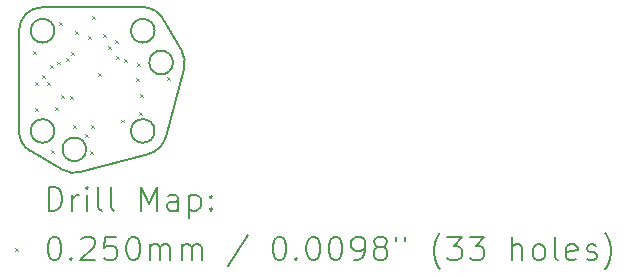
<source format=gbr>
%TF.GenerationSoftware,KiCad,Pcbnew,7.0.7*%
%TF.CreationDate,2024-03-10T20:02:01-05:00*%
%TF.ProjectId,O12encoder,4f313265-6e63-46f6-9465-722e6b696361,1*%
%TF.SameCoordinates,Original*%
%TF.FileFunction,Drillmap*%
%TF.FilePolarity,Positive*%
%FSLAX45Y45*%
G04 Gerber Fmt 4.5, Leading zero omitted, Abs format (unit mm)*
G04 Created by KiCad (PCBNEW 7.0.7) date 2024-03-10 20:02:01*
%MOMM*%
%LPD*%
G01*
G04 APERTURE LIST*
%ADD10C,0.150000*%
%ADD11C,0.200000*%
%ADD12C,0.025000*%
G04 APERTURE END LIST*
D10*
X4744709Y-5752760D02*
G75*
G03*
X4896472Y-5772741I100001J173210D01*
G01*
X4675736Y-5424264D02*
G75*
G03*
X4675736Y-5424264I-100000J0D01*
G01*
X4575736Y-4375736D02*
G75*
G03*
X4375736Y-4575736I4J-200004D01*
G01*
X4896472Y-5772741D02*
X5476028Y-5617449D01*
X5679555Y-4844709D02*
G75*
G03*
X5679555Y-4844709I-100000J0D01*
G01*
X5524264Y-5424264D02*
G75*
G03*
X5524264Y-5424264I-100000J0D01*
G01*
X4375735Y-5424264D02*
G75*
G03*
X4475736Y-5597469I200006J4D01*
G01*
X5617449Y-5476028D02*
X5772741Y-4896472D01*
X5597472Y-4475734D02*
G75*
G03*
X5424264Y-4375736I-173212J-100016D01*
G01*
X4675736Y-4575736D02*
G75*
G03*
X4675736Y-4575736I-100000J0D01*
G01*
X5772743Y-4896473D02*
G75*
G03*
X5752760Y-4744709I-193173J51763D01*
G01*
X4944709Y-5579556D02*
G75*
G03*
X4944709Y-5579556I-100000J0D01*
G01*
X5524264Y-4575736D02*
G75*
G03*
X5524264Y-4575736I-100000J0D01*
G01*
X5424264Y-4375736D02*
X4575736Y-4375736D01*
X5752761Y-4744709D02*
X5597469Y-4475736D01*
X4475736Y-5597469D02*
X4744709Y-5752761D01*
X4375736Y-4575736D02*
X4375736Y-5424264D01*
X5476028Y-5617449D02*
G75*
G03*
X5617449Y-5476028I-51768J193189D01*
G01*
D11*
D12*
X4493500Y-4744500D02*
X4518500Y-4769500D01*
X4518500Y-4744500D02*
X4493500Y-4769500D01*
X4509500Y-5228500D02*
X4534500Y-5253500D01*
X4534500Y-5228500D02*
X4509500Y-5253500D01*
X4512500Y-5012500D02*
X4537500Y-5037500D01*
X4537500Y-5012500D02*
X4512500Y-5037500D01*
X4571500Y-4951500D02*
X4596500Y-4976500D01*
X4596500Y-4951500D02*
X4571500Y-4976500D01*
X4616109Y-5011098D02*
X4641109Y-5036098D01*
X4641109Y-5011098D02*
X4616109Y-5036098D01*
X4635500Y-4869500D02*
X4660500Y-4894500D01*
X4660500Y-4869500D02*
X4635500Y-4894500D01*
X4643500Y-5589500D02*
X4668500Y-5614500D01*
X4668500Y-5589500D02*
X4643500Y-5614500D01*
X4682500Y-5222500D02*
X4707500Y-5247500D01*
X4707500Y-5222500D02*
X4682500Y-5247500D01*
X4701500Y-4836500D02*
X4726500Y-4861500D01*
X4726500Y-4836500D02*
X4701500Y-4861500D01*
X4715500Y-4501500D02*
X4740500Y-4526500D01*
X4740500Y-4501500D02*
X4715500Y-4526500D01*
X4733139Y-5122010D02*
X4758139Y-5147010D01*
X4758139Y-5122010D02*
X4733139Y-5147010D01*
X4770682Y-4810106D02*
X4795682Y-4835106D01*
X4795682Y-4810106D02*
X4770682Y-4835106D01*
X4812050Y-5128160D02*
X4837050Y-5153160D01*
X4837050Y-5128160D02*
X4812050Y-5153160D01*
X4812855Y-4753050D02*
X4837855Y-4778050D01*
X4837855Y-4753050D02*
X4812855Y-4778050D01*
X4837500Y-5372500D02*
X4862500Y-5397500D01*
X4862500Y-5372500D02*
X4837500Y-5397500D01*
X4849578Y-4582078D02*
X4874578Y-4607078D01*
X4874578Y-4582078D02*
X4849578Y-4607078D01*
X4937500Y-5452500D02*
X4962500Y-5477500D01*
X4962500Y-5452500D02*
X4937500Y-5477500D01*
X4962514Y-4621500D02*
X4987514Y-4646500D01*
X4987514Y-4621500D02*
X4962514Y-4646500D01*
X4981500Y-5593500D02*
X5006500Y-5618500D01*
X5006500Y-5593500D02*
X4981500Y-5618500D01*
X4987500Y-5372500D02*
X5012500Y-5397500D01*
X5012500Y-5372500D02*
X4987500Y-5397500D01*
X4994500Y-4450500D02*
X5019500Y-4475500D01*
X5019500Y-4450500D02*
X4994500Y-4475500D01*
X5042500Y-4933500D02*
X5067500Y-4958500D01*
X5067500Y-4933500D02*
X5042500Y-4958500D01*
X5087402Y-4603912D02*
X5112402Y-4628912D01*
X5112402Y-4603912D02*
X5087402Y-4628912D01*
X5132907Y-4704000D02*
X5157907Y-4729000D01*
X5157907Y-4704000D02*
X5132907Y-4729000D01*
X5189500Y-4652500D02*
X5214500Y-4677500D01*
X5214500Y-4652500D02*
X5189500Y-4677500D01*
X5195000Y-4787500D02*
X5220000Y-4812500D01*
X5220000Y-4787500D02*
X5195000Y-4812500D01*
X5237500Y-5327500D02*
X5262500Y-5352500D01*
X5262500Y-5327500D02*
X5237500Y-5352500D01*
X5265000Y-4815000D02*
X5290000Y-4840000D01*
X5290000Y-4815000D02*
X5265000Y-4840000D01*
X5367500Y-4977500D02*
X5392500Y-5002500D01*
X5392500Y-4977500D02*
X5367500Y-5002500D01*
X5372500Y-4852500D02*
X5397500Y-4877500D01*
X5397500Y-4852500D02*
X5372500Y-4877500D01*
X5396381Y-5261381D02*
X5421381Y-5286381D01*
X5421381Y-5261381D02*
X5396381Y-5286381D01*
X5397500Y-5112500D02*
X5422500Y-5137500D01*
X5422500Y-5112500D02*
X5397500Y-5137500D01*
X5632500Y-4967500D02*
X5657500Y-4992500D01*
X5657500Y-4967500D02*
X5632500Y-4992500D01*
D11*
X4629013Y-6098539D02*
X4629013Y-5898539D01*
X4629013Y-5898539D02*
X4676632Y-5898539D01*
X4676632Y-5898539D02*
X4705203Y-5908063D01*
X4705203Y-5908063D02*
X4724251Y-5927110D01*
X4724251Y-5927110D02*
X4733775Y-5946158D01*
X4733775Y-5946158D02*
X4743298Y-5984253D01*
X4743298Y-5984253D02*
X4743298Y-6012824D01*
X4743298Y-6012824D02*
X4733775Y-6050920D01*
X4733775Y-6050920D02*
X4724251Y-6069967D01*
X4724251Y-6069967D02*
X4705203Y-6089015D01*
X4705203Y-6089015D02*
X4676632Y-6098539D01*
X4676632Y-6098539D02*
X4629013Y-6098539D01*
X4829013Y-6098539D02*
X4829013Y-5965205D01*
X4829013Y-6003301D02*
X4838537Y-5984253D01*
X4838537Y-5984253D02*
X4848060Y-5974729D01*
X4848060Y-5974729D02*
X4867108Y-5965205D01*
X4867108Y-5965205D02*
X4886156Y-5965205D01*
X4952822Y-6098539D02*
X4952822Y-5965205D01*
X4952822Y-5898539D02*
X4943298Y-5908063D01*
X4943298Y-5908063D02*
X4952822Y-5917586D01*
X4952822Y-5917586D02*
X4962346Y-5908063D01*
X4962346Y-5908063D02*
X4952822Y-5898539D01*
X4952822Y-5898539D02*
X4952822Y-5917586D01*
X5076632Y-6098539D02*
X5057584Y-6089015D01*
X5057584Y-6089015D02*
X5048060Y-6069967D01*
X5048060Y-6069967D02*
X5048060Y-5898539D01*
X5181394Y-6098539D02*
X5162346Y-6089015D01*
X5162346Y-6089015D02*
X5152822Y-6069967D01*
X5152822Y-6069967D02*
X5152822Y-5898539D01*
X5409965Y-6098539D02*
X5409965Y-5898539D01*
X5409965Y-5898539D02*
X5476632Y-6041396D01*
X5476632Y-6041396D02*
X5543298Y-5898539D01*
X5543298Y-5898539D02*
X5543298Y-6098539D01*
X5724251Y-6098539D02*
X5724251Y-5993777D01*
X5724251Y-5993777D02*
X5714727Y-5974729D01*
X5714727Y-5974729D02*
X5695679Y-5965205D01*
X5695679Y-5965205D02*
X5657584Y-5965205D01*
X5657584Y-5965205D02*
X5638536Y-5974729D01*
X5724251Y-6089015D02*
X5705203Y-6098539D01*
X5705203Y-6098539D02*
X5657584Y-6098539D01*
X5657584Y-6098539D02*
X5638536Y-6089015D01*
X5638536Y-6089015D02*
X5629013Y-6069967D01*
X5629013Y-6069967D02*
X5629013Y-6050920D01*
X5629013Y-6050920D02*
X5638536Y-6031872D01*
X5638536Y-6031872D02*
X5657584Y-6022348D01*
X5657584Y-6022348D02*
X5705203Y-6022348D01*
X5705203Y-6022348D02*
X5724251Y-6012824D01*
X5819489Y-5965205D02*
X5819489Y-6165205D01*
X5819489Y-5974729D02*
X5838536Y-5965205D01*
X5838536Y-5965205D02*
X5876632Y-5965205D01*
X5876632Y-5965205D02*
X5895679Y-5974729D01*
X5895679Y-5974729D02*
X5905203Y-5984253D01*
X5905203Y-5984253D02*
X5914727Y-6003301D01*
X5914727Y-6003301D02*
X5914727Y-6060443D01*
X5914727Y-6060443D02*
X5905203Y-6079491D01*
X5905203Y-6079491D02*
X5895679Y-6089015D01*
X5895679Y-6089015D02*
X5876632Y-6098539D01*
X5876632Y-6098539D02*
X5838536Y-6098539D01*
X5838536Y-6098539D02*
X5819489Y-6089015D01*
X6000441Y-6079491D02*
X6009965Y-6089015D01*
X6009965Y-6089015D02*
X6000441Y-6098539D01*
X6000441Y-6098539D02*
X5990917Y-6089015D01*
X5990917Y-6089015D02*
X6000441Y-6079491D01*
X6000441Y-6079491D02*
X6000441Y-6098539D01*
X6000441Y-5974729D02*
X6009965Y-5984253D01*
X6009965Y-5984253D02*
X6000441Y-5993777D01*
X6000441Y-5993777D02*
X5990917Y-5984253D01*
X5990917Y-5984253D02*
X6000441Y-5974729D01*
X6000441Y-5974729D02*
X6000441Y-5993777D01*
D12*
X4343236Y-6414555D02*
X4368236Y-6439555D01*
X4368236Y-6414555D02*
X4343236Y-6439555D01*
D11*
X4667108Y-6318539D02*
X4686156Y-6318539D01*
X4686156Y-6318539D02*
X4705203Y-6328063D01*
X4705203Y-6328063D02*
X4714727Y-6337586D01*
X4714727Y-6337586D02*
X4724251Y-6356634D01*
X4724251Y-6356634D02*
X4733775Y-6394729D01*
X4733775Y-6394729D02*
X4733775Y-6442348D01*
X4733775Y-6442348D02*
X4724251Y-6480443D01*
X4724251Y-6480443D02*
X4714727Y-6499491D01*
X4714727Y-6499491D02*
X4705203Y-6509015D01*
X4705203Y-6509015D02*
X4686156Y-6518539D01*
X4686156Y-6518539D02*
X4667108Y-6518539D01*
X4667108Y-6518539D02*
X4648060Y-6509015D01*
X4648060Y-6509015D02*
X4638537Y-6499491D01*
X4638537Y-6499491D02*
X4629013Y-6480443D01*
X4629013Y-6480443D02*
X4619489Y-6442348D01*
X4619489Y-6442348D02*
X4619489Y-6394729D01*
X4619489Y-6394729D02*
X4629013Y-6356634D01*
X4629013Y-6356634D02*
X4638537Y-6337586D01*
X4638537Y-6337586D02*
X4648060Y-6328063D01*
X4648060Y-6328063D02*
X4667108Y-6318539D01*
X4819489Y-6499491D02*
X4829013Y-6509015D01*
X4829013Y-6509015D02*
X4819489Y-6518539D01*
X4819489Y-6518539D02*
X4809965Y-6509015D01*
X4809965Y-6509015D02*
X4819489Y-6499491D01*
X4819489Y-6499491D02*
X4819489Y-6518539D01*
X4905203Y-6337586D02*
X4914727Y-6328063D01*
X4914727Y-6328063D02*
X4933775Y-6318539D01*
X4933775Y-6318539D02*
X4981394Y-6318539D01*
X4981394Y-6318539D02*
X5000441Y-6328063D01*
X5000441Y-6328063D02*
X5009965Y-6337586D01*
X5009965Y-6337586D02*
X5019489Y-6356634D01*
X5019489Y-6356634D02*
X5019489Y-6375682D01*
X5019489Y-6375682D02*
X5009965Y-6404253D01*
X5009965Y-6404253D02*
X4895679Y-6518539D01*
X4895679Y-6518539D02*
X5019489Y-6518539D01*
X5200441Y-6318539D02*
X5105203Y-6318539D01*
X5105203Y-6318539D02*
X5095679Y-6413777D01*
X5095679Y-6413777D02*
X5105203Y-6404253D01*
X5105203Y-6404253D02*
X5124251Y-6394729D01*
X5124251Y-6394729D02*
X5171870Y-6394729D01*
X5171870Y-6394729D02*
X5190918Y-6404253D01*
X5190918Y-6404253D02*
X5200441Y-6413777D01*
X5200441Y-6413777D02*
X5209965Y-6432824D01*
X5209965Y-6432824D02*
X5209965Y-6480443D01*
X5209965Y-6480443D02*
X5200441Y-6499491D01*
X5200441Y-6499491D02*
X5190918Y-6509015D01*
X5190918Y-6509015D02*
X5171870Y-6518539D01*
X5171870Y-6518539D02*
X5124251Y-6518539D01*
X5124251Y-6518539D02*
X5105203Y-6509015D01*
X5105203Y-6509015D02*
X5095679Y-6499491D01*
X5333775Y-6318539D02*
X5352822Y-6318539D01*
X5352822Y-6318539D02*
X5371870Y-6328063D01*
X5371870Y-6328063D02*
X5381394Y-6337586D01*
X5381394Y-6337586D02*
X5390918Y-6356634D01*
X5390918Y-6356634D02*
X5400441Y-6394729D01*
X5400441Y-6394729D02*
X5400441Y-6442348D01*
X5400441Y-6442348D02*
X5390918Y-6480443D01*
X5390918Y-6480443D02*
X5381394Y-6499491D01*
X5381394Y-6499491D02*
X5371870Y-6509015D01*
X5371870Y-6509015D02*
X5352822Y-6518539D01*
X5352822Y-6518539D02*
X5333775Y-6518539D01*
X5333775Y-6518539D02*
X5314727Y-6509015D01*
X5314727Y-6509015D02*
X5305203Y-6499491D01*
X5305203Y-6499491D02*
X5295679Y-6480443D01*
X5295679Y-6480443D02*
X5286156Y-6442348D01*
X5286156Y-6442348D02*
X5286156Y-6394729D01*
X5286156Y-6394729D02*
X5295679Y-6356634D01*
X5295679Y-6356634D02*
X5305203Y-6337586D01*
X5305203Y-6337586D02*
X5314727Y-6328063D01*
X5314727Y-6328063D02*
X5333775Y-6318539D01*
X5486156Y-6518539D02*
X5486156Y-6385205D01*
X5486156Y-6404253D02*
X5495679Y-6394729D01*
X5495679Y-6394729D02*
X5514727Y-6385205D01*
X5514727Y-6385205D02*
X5543299Y-6385205D01*
X5543299Y-6385205D02*
X5562346Y-6394729D01*
X5562346Y-6394729D02*
X5571870Y-6413777D01*
X5571870Y-6413777D02*
X5571870Y-6518539D01*
X5571870Y-6413777D02*
X5581394Y-6394729D01*
X5581394Y-6394729D02*
X5600441Y-6385205D01*
X5600441Y-6385205D02*
X5629013Y-6385205D01*
X5629013Y-6385205D02*
X5648060Y-6394729D01*
X5648060Y-6394729D02*
X5657584Y-6413777D01*
X5657584Y-6413777D02*
X5657584Y-6518539D01*
X5752822Y-6518539D02*
X5752822Y-6385205D01*
X5752822Y-6404253D02*
X5762346Y-6394729D01*
X5762346Y-6394729D02*
X5781394Y-6385205D01*
X5781394Y-6385205D02*
X5809965Y-6385205D01*
X5809965Y-6385205D02*
X5829013Y-6394729D01*
X5829013Y-6394729D02*
X5838537Y-6413777D01*
X5838537Y-6413777D02*
X5838537Y-6518539D01*
X5838537Y-6413777D02*
X5848060Y-6394729D01*
X5848060Y-6394729D02*
X5867108Y-6385205D01*
X5867108Y-6385205D02*
X5895679Y-6385205D01*
X5895679Y-6385205D02*
X5914727Y-6394729D01*
X5914727Y-6394729D02*
X5924251Y-6413777D01*
X5924251Y-6413777D02*
X5924251Y-6518539D01*
X6314727Y-6309015D02*
X6143299Y-6566158D01*
X6571870Y-6318539D02*
X6590918Y-6318539D01*
X6590918Y-6318539D02*
X6609965Y-6328063D01*
X6609965Y-6328063D02*
X6619489Y-6337586D01*
X6619489Y-6337586D02*
X6629013Y-6356634D01*
X6629013Y-6356634D02*
X6638537Y-6394729D01*
X6638537Y-6394729D02*
X6638537Y-6442348D01*
X6638537Y-6442348D02*
X6629013Y-6480443D01*
X6629013Y-6480443D02*
X6619489Y-6499491D01*
X6619489Y-6499491D02*
X6609965Y-6509015D01*
X6609965Y-6509015D02*
X6590918Y-6518539D01*
X6590918Y-6518539D02*
X6571870Y-6518539D01*
X6571870Y-6518539D02*
X6552822Y-6509015D01*
X6552822Y-6509015D02*
X6543299Y-6499491D01*
X6543299Y-6499491D02*
X6533775Y-6480443D01*
X6533775Y-6480443D02*
X6524251Y-6442348D01*
X6524251Y-6442348D02*
X6524251Y-6394729D01*
X6524251Y-6394729D02*
X6533775Y-6356634D01*
X6533775Y-6356634D02*
X6543299Y-6337586D01*
X6543299Y-6337586D02*
X6552822Y-6328063D01*
X6552822Y-6328063D02*
X6571870Y-6318539D01*
X6724251Y-6499491D02*
X6733775Y-6509015D01*
X6733775Y-6509015D02*
X6724251Y-6518539D01*
X6724251Y-6518539D02*
X6714727Y-6509015D01*
X6714727Y-6509015D02*
X6724251Y-6499491D01*
X6724251Y-6499491D02*
X6724251Y-6518539D01*
X6857584Y-6318539D02*
X6876632Y-6318539D01*
X6876632Y-6318539D02*
X6895680Y-6328063D01*
X6895680Y-6328063D02*
X6905203Y-6337586D01*
X6905203Y-6337586D02*
X6914727Y-6356634D01*
X6914727Y-6356634D02*
X6924251Y-6394729D01*
X6924251Y-6394729D02*
X6924251Y-6442348D01*
X6924251Y-6442348D02*
X6914727Y-6480443D01*
X6914727Y-6480443D02*
X6905203Y-6499491D01*
X6905203Y-6499491D02*
X6895680Y-6509015D01*
X6895680Y-6509015D02*
X6876632Y-6518539D01*
X6876632Y-6518539D02*
X6857584Y-6518539D01*
X6857584Y-6518539D02*
X6838537Y-6509015D01*
X6838537Y-6509015D02*
X6829013Y-6499491D01*
X6829013Y-6499491D02*
X6819489Y-6480443D01*
X6819489Y-6480443D02*
X6809965Y-6442348D01*
X6809965Y-6442348D02*
X6809965Y-6394729D01*
X6809965Y-6394729D02*
X6819489Y-6356634D01*
X6819489Y-6356634D02*
X6829013Y-6337586D01*
X6829013Y-6337586D02*
X6838537Y-6328063D01*
X6838537Y-6328063D02*
X6857584Y-6318539D01*
X7048060Y-6318539D02*
X7067108Y-6318539D01*
X7067108Y-6318539D02*
X7086156Y-6328063D01*
X7086156Y-6328063D02*
X7095680Y-6337586D01*
X7095680Y-6337586D02*
X7105203Y-6356634D01*
X7105203Y-6356634D02*
X7114727Y-6394729D01*
X7114727Y-6394729D02*
X7114727Y-6442348D01*
X7114727Y-6442348D02*
X7105203Y-6480443D01*
X7105203Y-6480443D02*
X7095680Y-6499491D01*
X7095680Y-6499491D02*
X7086156Y-6509015D01*
X7086156Y-6509015D02*
X7067108Y-6518539D01*
X7067108Y-6518539D02*
X7048060Y-6518539D01*
X7048060Y-6518539D02*
X7029013Y-6509015D01*
X7029013Y-6509015D02*
X7019489Y-6499491D01*
X7019489Y-6499491D02*
X7009965Y-6480443D01*
X7009965Y-6480443D02*
X7000441Y-6442348D01*
X7000441Y-6442348D02*
X7000441Y-6394729D01*
X7000441Y-6394729D02*
X7009965Y-6356634D01*
X7009965Y-6356634D02*
X7019489Y-6337586D01*
X7019489Y-6337586D02*
X7029013Y-6328063D01*
X7029013Y-6328063D02*
X7048060Y-6318539D01*
X7209965Y-6518539D02*
X7248060Y-6518539D01*
X7248060Y-6518539D02*
X7267108Y-6509015D01*
X7267108Y-6509015D02*
X7276632Y-6499491D01*
X7276632Y-6499491D02*
X7295680Y-6470920D01*
X7295680Y-6470920D02*
X7305203Y-6432824D01*
X7305203Y-6432824D02*
X7305203Y-6356634D01*
X7305203Y-6356634D02*
X7295680Y-6337586D01*
X7295680Y-6337586D02*
X7286156Y-6328063D01*
X7286156Y-6328063D02*
X7267108Y-6318539D01*
X7267108Y-6318539D02*
X7229013Y-6318539D01*
X7229013Y-6318539D02*
X7209965Y-6328063D01*
X7209965Y-6328063D02*
X7200441Y-6337586D01*
X7200441Y-6337586D02*
X7190918Y-6356634D01*
X7190918Y-6356634D02*
X7190918Y-6404253D01*
X7190918Y-6404253D02*
X7200441Y-6423301D01*
X7200441Y-6423301D02*
X7209965Y-6432824D01*
X7209965Y-6432824D02*
X7229013Y-6442348D01*
X7229013Y-6442348D02*
X7267108Y-6442348D01*
X7267108Y-6442348D02*
X7286156Y-6432824D01*
X7286156Y-6432824D02*
X7295680Y-6423301D01*
X7295680Y-6423301D02*
X7305203Y-6404253D01*
X7419489Y-6404253D02*
X7400441Y-6394729D01*
X7400441Y-6394729D02*
X7390918Y-6385205D01*
X7390918Y-6385205D02*
X7381394Y-6366158D01*
X7381394Y-6366158D02*
X7381394Y-6356634D01*
X7381394Y-6356634D02*
X7390918Y-6337586D01*
X7390918Y-6337586D02*
X7400441Y-6328063D01*
X7400441Y-6328063D02*
X7419489Y-6318539D01*
X7419489Y-6318539D02*
X7457584Y-6318539D01*
X7457584Y-6318539D02*
X7476632Y-6328063D01*
X7476632Y-6328063D02*
X7486156Y-6337586D01*
X7486156Y-6337586D02*
X7495680Y-6356634D01*
X7495680Y-6356634D02*
X7495680Y-6366158D01*
X7495680Y-6366158D02*
X7486156Y-6385205D01*
X7486156Y-6385205D02*
X7476632Y-6394729D01*
X7476632Y-6394729D02*
X7457584Y-6404253D01*
X7457584Y-6404253D02*
X7419489Y-6404253D01*
X7419489Y-6404253D02*
X7400441Y-6413777D01*
X7400441Y-6413777D02*
X7390918Y-6423301D01*
X7390918Y-6423301D02*
X7381394Y-6442348D01*
X7381394Y-6442348D02*
X7381394Y-6480443D01*
X7381394Y-6480443D02*
X7390918Y-6499491D01*
X7390918Y-6499491D02*
X7400441Y-6509015D01*
X7400441Y-6509015D02*
X7419489Y-6518539D01*
X7419489Y-6518539D02*
X7457584Y-6518539D01*
X7457584Y-6518539D02*
X7476632Y-6509015D01*
X7476632Y-6509015D02*
X7486156Y-6499491D01*
X7486156Y-6499491D02*
X7495680Y-6480443D01*
X7495680Y-6480443D02*
X7495680Y-6442348D01*
X7495680Y-6442348D02*
X7486156Y-6423301D01*
X7486156Y-6423301D02*
X7476632Y-6413777D01*
X7476632Y-6413777D02*
X7457584Y-6404253D01*
X7571870Y-6318539D02*
X7571870Y-6356634D01*
X7648061Y-6318539D02*
X7648061Y-6356634D01*
X7943299Y-6594729D02*
X7933775Y-6585205D01*
X7933775Y-6585205D02*
X7914727Y-6556634D01*
X7914727Y-6556634D02*
X7905203Y-6537586D01*
X7905203Y-6537586D02*
X7895680Y-6509015D01*
X7895680Y-6509015D02*
X7886156Y-6461396D01*
X7886156Y-6461396D02*
X7886156Y-6423301D01*
X7886156Y-6423301D02*
X7895680Y-6375682D01*
X7895680Y-6375682D02*
X7905203Y-6347110D01*
X7905203Y-6347110D02*
X7914727Y-6328063D01*
X7914727Y-6328063D02*
X7933775Y-6299491D01*
X7933775Y-6299491D02*
X7943299Y-6289967D01*
X8000442Y-6318539D02*
X8124251Y-6318539D01*
X8124251Y-6318539D02*
X8057584Y-6394729D01*
X8057584Y-6394729D02*
X8086156Y-6394729D01*
X8086156Y-6394729D02*
X8105203Y-6404253D01*
X8105203Y-6404253D02*
X8114727Y-6413777D01*
X8114727Y-6413777D02*
X8124251Y-6432824D01*
X8124251Y-6432824D02*
X8124251Y-6480443D01*
X8124251Y-6480443D02*
X8114727Y-6499491D01*
X8114727Y-6499491D02*
X8105203Y-6509015D01*
X8105203Y-6509015D02*
X8086156Y-6518539D01*
X8086156Y-6518539D02*
X8029013Y-6518539D01*
X8029013Y-6518539D02*
X8009965Y-6509015D01*
X8009965Y-6509015D02*
X8000442Y-6499491D01*
X8190918Y-6318539D02*
X8314727Y-6318539D01*
X8314727Y-6318539D02*
X8248061Y-6394729D01*
X8248061Y-6394729D02*
X8276632Y-6394729D01*
X8276632Y-6394729D02*
X8295680Y-6404253D01*
X8295680Y-6404253D02*
X8305203Y-6413777D01*
X8305203Y-6413777D02*
X8314727Y-6432824D01*
X8314727Y-6432824D02*
X8314727Y-6480443D01*
X8314727Y-6480443D02*
X8305203Y-6499491D01*
X8305203Y-6499491D02*
X8295680Y-6509015D01*
X8295680Y-6509015D02*
X8276632Y-6518539D01*
X8276632Y-6518539D02*
X8219489Y-6518539D01*
X8219489Y-6518539D02*
X8200442Y-6509015D01*
X8200442Y-6509015D02*
X8190918Y-6499491D01*
X8552823Y-6518539D02*
X8552823Y-6318539D01*
X8638537Y-6518539D02*
X8638537Y-6413777D01*
X8638537Y-6413777D02*
X8629013Y-6394729D01*
X8629013Y-6394729D02*
X8609966Y-6385205D01*
X8609966Y-6385205D02*
X8581394Y-6385205D01*
X8581394Y-6385205D02*
X8562346Y-6394729D01*
X8562346Y-6394729D02*
X8552823Y-6404253D01*
X8762346Y-6518539D02*
X8743299Y-6509015D01*
X8743299Y-6509015D02*
X8733775Y-6499491D01*
X8733775Y-6499491D02*
X8724251Y-6480443D01*
X8724251Y-6480443D02*
X8724251Y-6423301D01*
X8724251Y-6423301D02*
X8733775Y-6404253D01*
X8733775Y-6404253D02*
X8743299Y-6394729D01*
X8743299Y-6394729D02*
X8762346Y-6385205D01*
X8762346Y-6385205D02*
X8790918Y-6385205D01*
X8790918Y-6385205D02*
X8809966Y-6394729D01*
X8809966Y-6394729D02*
X8819489Y-6404253D01*
X8819489Y-6404253D02*
X8829013Y-6423301D01*
X8829013Y-6423301D02*
X8829013Y-6480443D01*
X8829013Y-6480443D02*
X8819489Y-6499491D01*
X8819489Y-6499491D02*
X8809966Y-6509015D01*
X8809966Y-6509015D02*
X8790918Y-6518539D01*
X8790918Y-6518539D02*
X8762346Y-6518539D01*
X8943299Y-6518539D02*
X8924251Y-6509015D01*
X8924251Y-6509015D02*
X8914727Y-6489967D01*
X8914727Y-6489967D02*
X8914727Y-6318539D01*
X9095680Y-6509015D02*
X9076632Y-6518539D01*
X9076632Y-6518539D02*
X9038537Y-6518539D01*
X9038537Y-6518539D02*
X9019489Y-6509015D01*
X9019489Y-6509015D02*
X9009966Y-6489967D01*
X9009966Y-6489967D02*
X9009966Y-6413777D01*
X9009966Y-6413777D02*
X9019489Y-6394729D01*
X9019489Y-6394729D02*
X9038537Y-6385205D01*
X9038537Y-6385205D02*
X9076632Y-6385205D01*
X9076632Y-6385205D02*
X9095680Y-6394729D01*
X9095680Y-6394729D02*
X9105204Y-6413777D01*
X9105204Y-6413777D02*
X9105204Y-6432824D01*
X9105204Y-6432824D02*
X9009966Y-6451872D01*
X9181394Y-6509015D02*
X9200442Y-6518539D01*
X9200442Y-6518539D02*
X9238537Y-6518539D01*
X9238537Y-6518539D02*
X9257585Y-6509015D01*
X9257585Y-6509015D02*
X9267108Y-6489967D01*
X9267108Y-6489967D02*
X9267108Y-6480443D01*
X9267108Y-6480443D02*
X9257585Y-6461396D01*
X9257585Y-6461396D02*
X9238537Y-6451872D01*
X9238537Y-6451872D02*
X9209966Y-6451872D01*
X9209966Y-6451872D02*
X9190918Y-6442348D01*
X9190918Y-6442348D02*
X9181394Y-6423301D01*
X9181394Y-6423301D02*
X9181394Y-6413777D01*
X9181394Y-6413777D02*
X9190918Y-6394729D01*
X9190918Y-6394729D02*
X9209966Y-6385205D01*
X9209966Y-6385205D02*
X9238537Y-6385205D01*
X9238537Y-6385205D02*
X9257585Y-6394729D01*
X9333775Y-6594729D02*
X9343299Y-6585205D01*
X9343299Y-6585205D02*
X9362347Y-6556634D01*
X9362347Y-6556634D02*
X9371870Y-6537586D01*
X9371870Y-6537586D02*
X9381394Y-6509015D01*
X9381394Y-6509015D02*
X9390918Y-6461396D01*
X9390918Y-6461396D02*
X9390918Y-6423301D01*
X9390918Y-6423301D02*
X9381394Y-6375682D01*
X9381394Y-6375682D02*
X9371870Y-6347110D01*
X9371870Y-6347110D02*
X9362347Y-6328063D01*
X9362347Y-6328063D02*
X9343299Y-6299491D01*
X9343299Y-6299491D02*
X9333775Y-6289967D01*
M02*

</source>
